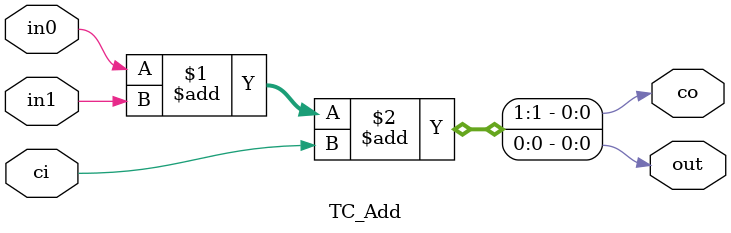
<source format=v>

module TC_Add (in0, in1, ci, out, co);
    parameter UUID = 0;
    parameter NAME = "";
    parameter BIT_WIDTH = 1;
    input [BIT_WIDTH-1:0] in0;
    input [BIT_WIDTH-1:0] in1;
    input ci;
    output [BIT_WIDTH-1:0] out;
    output co;

    assign {co, out} = in0 + in1 + ci;
endmodule

</source>
